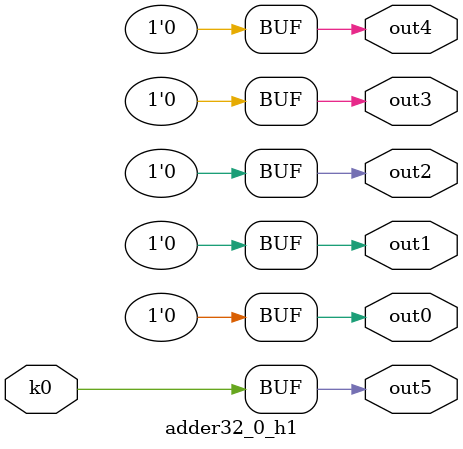
<source format=v>
module adder32_0(pi00, pi01, pi02, pi03, pi04, pi05, pi06, pi07, pi08, pi09, pi10, po0, po1, po2, po3, po4, po5);
input pi00, pi01, pi02, pi03, pi04, pi05, pi06, pi07, pi08, pi09, pi10;
output po0, po1, po2, po3, po4, po5;
wire k0;
adder32_0_w1 DUT1 (pi00, pi01, pi02, pi03, pi04, pi05, pi06, pi07, pi08, pi09, pi10, k0);
adder32_0_h1 DUT2 (k0, po0, po1, po2, po3, po4, po5);
endmodule

module adder32_0_w1(in10, in9, in8, in7, in6, in5, in4, in3, in2, in1, in0, k0);
input in10, in9, in8, in7, in6, in5, in4, in3, in2, in1, in0;
output k0;
assign k0 =   in10 ? (~in5 ^ in0) : (in5 ^ in0);
endmodule

module adder32_0_h1(k0, out5, out4, out3, out2, out1, out0);
input k0;
output out5, out4, out3, out2, out1, out0;
assign out0 = 0;
assign out1 = 0;
assign out2 = 0;
assign out3 = 0;
assign out4 = 0;
assign out5 = k0;
endmodule

</source>
